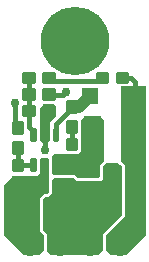
<source format=gbr>
G04 EAGLE Gerber RS-274X export*
G75*
%MOMM*%
%FSLAX34Y34*%
%LPD*%
%INTop Copper*%
%IPPOS*%
%AMOC8*
5,1,8,0,0,1.08239X$1,22.5*%
G01*
%ADD10C,0.300000*%
%ADD11R,1.400000X1.400000*%
%ADD12R,1.650000X2.300000*%
%ADD13C,0.363000*%
%ADD14R,1.200000X1.300000*%
%ADD15R,1.600000X1.800000*%
%ADD16C,5.800000*%
%ADD17C,1.108000*%
%ADD18C,2.000000*%
%ADD19C,0.381000*%
%ADD20C,1.016000*%
%ADD21C,0.756400*%
%ADD22C,0.508000*%

G36*
X19727Y2548D02*
X19727Y2548D01*
X19769Y2546D01*
X19836Y2568D01*
X19906Y2580D01*
X19942Y2602D01*
X19983Y2615D01*
X20056Y2669D01*
X20099Y2695D01*
X20112Y2711D01*
X20133Y2727D01*
X23308Y5902D01*
X23333Y5936D01*
X23364Y5965D01*
X23387Y6010D01*
X23412Y6040D01*
X23418Y6059D01*
X23437Y6086D01*
X23447Y6127D01*
X23467Y6165D01*
X23477Y6232D01*
X23484Y6253D01*
X23483Y6266D01*
X23493Y6303D01*
X23490Y6324D01*
X23494Y6350D01*
X23494Y20365D01*
X39818Y36690D01*
X39843Y36724D01*
X39874Y36753D01*
X39906Y36816D01*
X39947Y36874D01*
X39957Y36915D01*
X39977Y36953D01*
X39990Y37042D01*
X40003Y37091D01*
X40000Y37112D01*
X40004Y37138D01*
X40004Y77162D01*
X39997Y77204D01*
X39999Y77246D01*
X39977Y77313D01*
X39965Y77383D01*
X39943Y77419D01*
X39930Y77460D01*
X39876Y77532D01*
X39850Y77576D01*
X39834Y77589D01*
X39818Y77610D01*
X38240Y79188D01*
X36970Y80458D01*
X36935Y80483D01*
X36907Y80514D01*
X36844Y80546D01*
X36786Y80587D01*
X36745Y80597D01*
X36707Y80617D01*
X36618Y80630D01*
X36569Y80643D01*
X36548Y80640D01*
X36522Y80644D01*
X26670Y80644D01*
X26628Y80637D01*
X26586Y80639D01*
X26519Y80617D01*
X26449Y80605D01*
X26413Y80583D01*
X26372Y80570D01*
X26299Y80516D01*
X26256Y80490D01*
X26243Y80474D01*
X26222Y80458D01*
X23697Y77933D01*
X23672Y77899D01*
X23641Y77870D01*
X23609Y77807D01*
X23568Y77749D01*
X23558Y77708D01*
X23538Y77670D01*
X23525Y77581D01*
X23512Y77532D01*
X23515Y77511D01*
X23511Y77485D01*
X23511Y66828D01*
X22022Y65339D01*
X5865Y65339D01*
X5854Y65347D01*
X5813Y65357D01*
X5775Y65377D01*
X5686Y65390D01*
X5637Y65403D01*
X5616Y65400D01*
X5590Y65404D01*
X1533Y65404D01*
X-822Y67758D01*
X-856Y67783D01*
X-885Y67814D01*
X-948Y67846D01*
X-1006Y67887D01*
X-1047Y67897D01*
X-1085Y67917D01*
X-1174Y67930D01*
X-1223Y67943D01*
X-1244Y67940D01*
X-1270Y67944D01*
X-16510Y67944D01*
X-16552Y67937D01*
X-16594Y67939D01*
X-16661Y67917D01*
X-16731Y67905D01*
X-16767Y67883D01*
X-16808Y67870D01*
X-16881Y67816D01*
X-16924Y67790D01*
X-16937Y67774D01*
X-16959Y67758D01*
X-18991Y65726D01*
X-19015Y65692D01*
X-19046Y65663D01*
X-19078Y65600D01*
X-19119Y65542D01*
X-19129Y65501D01*
X-19149Y65463D01*
X-19162Y65374D01*
X-19175Y65325D01*
X-19172Y65304D01*
X-19176Y65278D01*
X-19176Y55073D01*
X-22815Y51434D01*
X-25092Y51434D01*
X-25134Y51427D01*
X-25176Y51429D01*
X-25243Y51407D01*
X-25313Y51395D01*
X-25349Y51373D01*
X-25390Y51360D01*
X-25462Y51306D01*
X-25506Y51280D01*
X-25519Y51264D01*
X-25540Y51248D01*
X-27118Y49670D01*
X-27143Y49636D01*
X-27174Y49607D01*
X-27206Y49544D01*
X-27247Y49486D01*
X-27257Y49445D01*
X-27277Y49407D01*
X-27290Y49318D01*
X-27303Y49269D01*
X-27300Y49248D01*
X-27304Y49222D01*
X-27304Y24438D01*
X-27297Y24396D01*
X-27299Y24354D01*
X-27277Y24287D01*
X-27265Y24217D01*
X-27243Y24181D01*
X-27230Y24140D01*
X-27176Y24068D01*
X-27150Y24024D01*
X-27134Y24011D01*
X-27118Y23990D01*
X-23494Y20365D01*
X-23494Y6350D01*
X-23487Y6308D01*
X-23489Y6266D01*
X-23477Y6231D01*
X-23477Y6216D01*
X-23465Y6186D01*
X-23455Y6129D01*
X-23433Y6093D01*
X-23420Y6052D01*
X-23399Y6024D01*
X-23393Y6008D01*
X-23365Y5978D01*
X-23340Y5936D01*
X-23324Y5923D01*
X-23308Y5902D01*
X-20133Y2727D01*
X-20099Y2702D01*
X-20070Y2671D01*
X-20007Y2639D01*
X-19949Y2598D01*
X-19908Y2588D01*
X-19870Y2568D01*
X-19781Y2555D01*
X-19732Y2542D01*
X-19711Y2545D01*
X-19685Y2541D01*
X19685Y2541D01*
X19727Y2548D01*
G37*
G36*
X43177Y2548D02*
X43177Y2548D01*
X43219Y2546D01*
X43286Y2568D01*
X43356Y2580D01*
X43392Y2602D01*
X43433Y2615D01*
X43505Y2669D01*
X43549Y2695D01*
X43562Y2711D01*
X43583Y2727D01*
X60138Y19282D01*
X60163Y19316D01*
X60194Y19345D01*
X60226Y19408D01*
X60267Y19466D01*
X60277Y19507D01*
X60297Y19545D01*
X60310Y19634D01*
X60323Y19683D01*
X60320Y19704D01*
X60324Y19730D01*
X60324Y144780D01*
X60313Y144845D01*
X60311Y144911D01*
X60293Y144954D01*
X60285Y145001D01*
X60251Y145058D01*
X60226Y145118D01*
X60195Y145153D01*
X60170Y145194D01*
X60119Y145236D01*
X60075Y145284D01*
X60033Y145306D01*
X59996Y145335D01*
X59934Y145356D01*
X59875Y145387D01*
X59821Y145395D01*
X59784Y145407D01*
X59744Y145406D01*
X59690Y145414D01*
X39370Y145414D01*
X39305Y145403D01*
X39239Y145401D01*
X39196Y145383D01*
X39149Y145375D01*
X39092Y145341D01*
X39032Y145316D01*
X38997Y145285D01*
X38956Y145260D01*
X38915Y145209D01*
X38866Y145165D01*
X38844Y145123D01*
X38815Y145086D01*
X38794Y145024D01*
X38763Y144965D01*
X38755Y144911D01*
X38743Y144874D01*
X38744Y144834D01*
X38736Y144780D01*
X38736Y82550D01*
X38743Y82508D01*
X38741Y82466D01*
X38763Y82399D01*
X38775Y82329D01*
X38797Y82293D01*
X38810Y82252D01*
X38864Y82179D01*
X38890Y82136D01*
X38906Y82123D01*
X38922Y82102D01*
X42546Y78477D01*
X42546Y35823D01*
X26222Y19498D01*
X26197Y19464D01*
X26166Y19435D01*
X26134Y19372D01*
X26093Y19314D01*
X26083Y19273D01*
X26063Y19235D01*
X26050Y19147D01*
X26043Y19125D01*
X26043Y19118D01*
X26038Y19097D01*
X26040Y19076D01*
X26036Y19050D01*
X26036Y7620D01*
X26043Y7578D01*
X26041Y7536D01*
X26054Y7496D01*
X26055Y7484D01*
X26065Y7460D01*
X26075Y7399D01*
X26097Y7363D01*
X26110Y7322D01*
X26133Y7291D01*
X26139Y7276D01*
X26165Y7248D01*
X26190Y7206D01*
X26206Y7193D01*
X26222Y7172D01*
X30667Y2727D01*
X30701Y2702D01*
X30730Y2671D01*
X30793Y2639D01*
X30851Y2598D01*
X30892Y2588D01*
X30930Y2568D01*
X31019Y2555D01*
X31068Y2542D01*
X31089Y2545D01*
X31115Y2541D01*
X43135Y2541D01*
X43177Y2548D01*
G37*
G36*
X-31073Y2548D02*
X-31073Y2548D01*
X-31031Y2546D01*
X-30964Y2568D01*
X-30894Y2580D01*
X-30858Y2602D01*
X-30817Y2615D01*
X-30744Y2669D01*
X-30701Y2695D01*
X-30688Y2711D01*
X-30667Y2727D01*
X-26222Y7172D01*
X-26197Y7206D01*
X-26166Y7235D01*
X-26143Y7280D01*
X-26120Y7308D01*
X-26114Y7327D01*
X-26093Y7356D01*
X-26083Y7397D01*
X-26063Y7435D01*
X-26053Y7507D01*
X-26048Y7521D01*
X-26048Y7531D01*
X-26038Y7573D01*
X-26040Y7594D01*
X-26036Y7620D01*
X-26036Y19050D01*
X-26043Y19092D01*
X-26041Y19134D01*
X-26049Y19159D01*
X-26049Y19162D01*
X-26054Y19172D01*
X-26063Y19201D01*
X-26075Y19271D01*
X-26097Y19307D01*
X-26110Y19348D01*
X-26164Y19421D01*
X-26190Y19464D01*
X-26206Y19477D01*
X-26222Y19498D01*
X-29846Y23123D01*
X-29846Y50537D01*
X-26407Y53976D01*
X-24130Y53976D01*
X-24088Y53983D01*
X-24046Y53981D01*
X-23979Y54003D01*
X-23909Y54015D01*
X-23873Y54037D01*
X-23832Y54050D01*
X-23759Y54104D01*
X-23716Y54130D01*
X-23703Y54146D01*
X-23682Y54162D01*
X-21904Y55940D01*
X-21879Y55974D01*
X-21848Y56003D01*
X-21816Y56066D01*
X-21775Y56124D01*
X-21765Y56165D01*
X-21745Y56203D01*
X-21732Y56292D01*
X-21720Y56341D01*
X-21722Y56362D01*
X-21718Y56388D01*
X-21718Y83820D01*
X-21725Y83862D01*
X-21723Y83904D01*
X-21745Y83971D01*
X-21757Y84041D01*
X-21779Y84077D01*
X-21792Y84118D01*
X-21846Y84191D01*
X-21872Y84234D01*
X-21888Y84247D01*
X-21904Y84268D01*
X-22412Y84776D01*
X-22446Y84801D01*
X-22475Y84832D01*
X-22538Y84864D01*
X-22596Y84905D01*
X-22637Y84915D01*
X-22675Y84935D01*
X-22764Y84948D01*
X-22813Y84961D01*
X-22834Y84958D01*
X-22860Y84962D01*
X-27940Y84962D01*
X-27982Y84955D01*
X-28024Y84957D01*
X-28091Y84935D01*
X-28161Y84923D01*
X-28197Y84901D01*
X-28238Y84888D01*
X-28311Y84834D01*
X-28354Y84808D01*
X-28367Y84792D01*
X-28389Y84776D01*
X-29424Y83741D01*
X-29448Y83707D01*
X-29479Y83678D01*
X-29511Y83615D01*
X-29552Y83557D01*
X-29562Y83516D01*
X-29582Y83478D01*
X-29595Y83389D01*
X-29608Y83340D01*
X-29605Y83319D01*
X-29609Y83293D01*
X-29609Y72450D01*
X-32166Y69893D01*
X-32233Y69871D01*
X-32303Y69859D01*
X-32339Y69837D01*
X-32380Y69824D01*
X-32453Y69770D01*
X-32496Y69744D01*
X-32509Y69728D01*
X-32530Y69713D01*
X-33029Y69214D01*
X-52832Y69214D01*
X-52874Y69207D01*
X-52916Y69209D01*
X-52983Y69187D01*
X-53053Y69175D01*
X-53089Y69153D01*
X-53130Y69140D01*
X-53203Y69086D01*
X-53246Y69060D01*
X-53259Y69044D01*
X-53280Y69028D01*
X-60138Y62170D01*
X-60163Y62136D01*
X-60194Y62107D01*
X-60226Y62044D01*
X-60267Y61986D01*
X-60277Y61945D01*
X-60297Y61907D01*
X-60310Y61818D01*
X-60323Y61769D01*
X-60320Y61748D01*
X-60324Y61722D01*
X-60324Y19730D01*
X-60317Y19688D01*
X-60319Y19646D01*
X-60297Y19579D01*
X-60285Y19509D01*
X-60263Y19473D01*
X-60250Y19432D01*
X-60196Y19360D01*
X-60170Y19316D01*
X-60154Y19303D01*
X-60138Y19282D01*
X-43583Y2727D01*
X-43549Y2702D01*
X-43520Y2671D01*
X-43457Y2639D01*
X-43399Y2598D01*
X-43358Y2588D01*
X-43320Y2568D01*
X-43231Y2555D01*
X-43182Y2542D01*
X-43161Y2545D01*
X-43135Y2541D01*
X-31115Y2541D01*
X-31073Y2548D01*
G37*
G36*
X20054Y67953D02*
X20054Y67953D01*
X20096Y67951D01*
X20163Y67973D01*
X20233Y67985D01*
X20269Y68007D01*
X20310Y68020D01*
X20382Y68074D01*
X20426Y68100D01*
X20439Y68116D01*
X20460Y68132D01*
X20768Y68440D01*
X20793Y68474D01*
X20824Y68503D01*
X20856Y68566D01*
X20897Y68624D01*
X20907Y68665D01*
X20927Y68703D01*
X20940Y68792D01*
X20953Y68841D01*
X20950Y68862D01*
X20954Y68888D01*
X20954Y78785D01*
X23000Y80831D01*
X24578Y82410D01*
X24603Y82445D01*
X24634Y82473D01*
X24666Y82536D01*
X24707Y82594D01*
X24717Y82635D01*
X24737Y82673D01*
X24750Y82762D01*
X24763Y82811D01*
X24760Y82832D01*
X24764Y82858D01*
X24764Y116840D01*
X24757Y116882D01*
X24759Y116924D01*
X24737Y116991D01*
X24725Y117061D01*
X24703Y117097D01*
X24690Y117138D01*
X24636Y117211D01*
X24610Y117254D01*
X24594Y117267D01*
X24578Y117288D01*
X22038Y119828D01*
X22004Y119853D01*
X21975Y119884D01*
X21912Y119916D01*
X21854Y119957D01*
X21813Y119967D01*
X21775Y119987D01*
X21686Y120000D01*
X21637Y120013D01*
X21616Y120010D01*
X21590Y120014D01*
X8382Y120014D01*
X8340Y120007D01*
X8298Y120009D01*
X8231Y119987D01*
X8161Y119975D01*
X8125Y119953D01*
X8084Y119940D01*
X8011Y119886D01*
X7968Y119860D01*
X7955Y119844D01*
X7934Y119828D01*
X5394Y117288D01*
X5369Y117254D01*
X5338Y117225D01*
X5306Y117162D01*
X5265Y117104D01*
X5255Y117063D01*
X5235Y117025D01*
X5222Y116936D01*
X5210Y116887D01*
X5212Y116866D01*
X5208Y116840D01*
X5208Y90687D01*
X5187Y90665D01*
X5162Y90631D01*
X5131Y90602D01*
X5115Y90570D01*
X2555Y88010D01*
X-16764Y88010D01*
X-16806Y88003D01*
X-16848Y88005D01*
X-16915Y87983D01*
X-16985Y87971D01*
X-17021Y87949D01*
X-17062Y87936D01*
X-17135Y87882D01*
X-17178Y87856D01*
X-17191Y87840D01*
X-17212Y87824D01*
X-18990Y86046D01*
X-19015Y86012D01*
X-19046Y85983D01*
X-19078Y85920D01*
X-19119Y85862D01*
X-19129Y85821D01*
X-19149Y85783D01*
X-19162Y85694D01*
X-19175Y85645D01*
X-19172Y85624D01*
X-19176Y85598D01*
X-19176Y72898D01*
X-19169Y72856D01*
X-19171Y72814D01*
X-19149Y72747D01*
X-19137Y72677D01*
X-19115Y72641D01*
X-19102Y72600D01*
X-19048Y72527D01*
X-19022Y72484D01*
X-19006Y72471D01*
X-18990Y72450D01*
X-17212Y70672D01*
X-17178Y70647D01*
X-17149Y70616D01*
X-17086Y70584D01*
X-17028Y70543D01*
X-16987Y70533D01*
X-16949Y70513D01*
X-16860Y70500D01*
X-16811Y70487D01*
X-16790Y70490D01*
X-16764Y70486D01*
X45Y70486D01*
X2400Y68132D01*
X2434Y68107D01*
X2463Y68076D01*
X2526Y68044D01*
X2584Y68003D01*
X2625Y67993D01*
X2663Y67973D01*
X2752Y67960D01*
X2801Y67947D01*
X2822Y67950D01*
X2848Y67946D01*
X20012Y67946D01*
X20054Y67953D01*
G37*
G36*
X-24122Y97284D02*
X-24122Y97284D01*
X-24115Y97283D01*
X-24025Y97304D01*
X-23934Y97322D01*
X-23927Y97327D01*
X-23919Y97329D01*
X-23771Y97431D01*
X-21339Y99863D01*
X-21335Y99870D01*
X-21329Y99874D01*
X-21280Y99953D01*
X-21228Y100030D01*
X-21227Y100038D01*
X-21223Y100045D01*
X-21191Y100222D01*
X-21191Y110449D01*
X-21172Y110479D01*
X-21120Y110557D01*
X-21119Y110564D01*
X-21115Y110571D01*
X-21083Y110748D01*
X-21083Y115614D01*
X-16151Y120545D01*
X-16147Y120552D01*
X-16141Y120556D01*
X-16092Y120635D01*
X-16040Y120712D01*
X-16039Y120720D01*
X-16035Y120727D01*
X-16003Y120904D01*
X-16003Y128270D01*
X-16004Y128278D01*
X-16003Y128285D01*
X-16024Y128375D01*
X-16042Y128467D01*
X-16047Y128473D01*
X-16049Y128481D01*
X-16151Y128629D01*
X-17421Y129899D01*
X-17428Y129903D01*
X-17432Y129909D01*
X-17511Y129958D01*
X-17588Y130010D01*
X-17596Y130011D01*
X-17603Y130015D01*
X-17780Y130047D01*
X-26670Y130047D01*
X-26678Y130046D01*
X-26685Y130047D01*
X-26775Y130026D01*
X-26867Y130008D01*
X-26873Y130003D01*
X-26881Y130001D01*
X-27029Y129899D01*
X-29569Y127359D01*
X-29573Y127352D01*
X-29579Y127348D01*
X-29628Y127269D01*
X-29680Y127192D01*
X-29681Y127184D01*
X-29685Y127177D01*
X-29717Y127000D01*
X-29717Y110748D01*
X-29716Y110741D01*
X-29717Y110733D01*
X-29696Y110643D01*
X-29678Y110552D01*
X-29673Y110545D01*
X-29671Y110538D01*
X-29609Y110448D01*
X-29609Y100222D01*
X-29608Y100214D01*
X-29609Y100207D01*
X-29588Y100117D01*
X-29570Y100026D01*
X-29565Y100019D01*
X-29563Y100011D01*
X-29461Y99863D01*
X-27029Y97431D01*
X-27022Y97427D01*
X-27018Y97421D01*
X-26939Y97372D01*
X-26862Y97320D01*
X-26854Y97319D01*
X-26847Y97315D01*
X-26670Y97283D01*
X-24130Y97283D01*
X-24122Y97284D01*
G37*
D10*
X-23550Y57460D02*
X-31550Y57460D01*
X-31550Y64460D01*
X-23550Y64460D01*
X-23550Y57460D01*
X-23550Y60310D02*
X-31550Y60310D01*
X-31550Y63160D02*
X-23550Y63160D01*
X-14550Y57460D02*
X-6550Y57460D01*
X-14550Y57460D02*
X-14550Y64460D01*
X-6550Y64460D01*
X-6550Y57460D01*
X-6550Y60310D02*
X-14550Y60310D01*
X-14550Y63160D02*
X-6550Y63160D01*
X-6040Y92130D02*
X-6040Y100130D01*
X960Y100130D01*
X960Y92130D01*
X-6040Y92130D01*
X-6040Y94980D02*
X960Y94980D01*
X960Y97830D02*
X-6040Y97830D01*
X-6040Y83130D02*
X-6040Y75130D01*
X-6040Y83130D02*
X960Y83130D01*
X960Y75130D01*
X-6040Y75130D01*
X-6040Y77980D02*
X960Y77980D01*
X960Y80830D02*
X-6040Y80830D01*
X19250Y148900D02*
X27250Y148900D01*
X19250Y148900D02*
X19250Y155900D01*
X27250Y155900D01*
X27250Y148900D01*
X27250Y151750D02*
X19250Y151750D01*
X19250Y154600D02*
X27250Y154600D01*
X36250Y148900D02*
X44250Y148900D01*
X36250Y148900D02*
X36250Y155900D01*
X44250Y155900D01*
X44250Y148900D01*
X44250Y151750D02*
X36250Y151750D01*
X36250Y154600D02*
X44250Y154600D01*
D11*
X12750Y137160D03*
X50750Y137160D03*
D12*
X15250Y105410D03*
X48250Y105410D03*
D10*
X-51760Y82350D02*
X-51760Y74350D01*
X-51760Y82350D02*
X-44760Y82350D01*
X-44760Y74350D01*
X-51760Y74350D01*
X-51760Y77200D02*
X-44760Y77200D01*
X-44760Y80050D02*
X-51760Y80050D01*
X-51760Y65350D02*
X-51760Y57350D01*
X-51760Y65350D02*
X-44760Y65350D01*
X-44760Y57350D01*
X-51760Y57350D01*
X-51760Y60200D02*
X-44760Y60200D01*
X-44760Y63050D02*
X-51760Y63050D01*
X960Y106880D02*
X960Y114880D01*
X960Y106880D02*
X-6040Y106880D01*
X-6040Y114880D01*
X960Y114880D01*
X960Y109730D02*
X-6040Y109730D01*
X-6040Y112580D02*
X960Y112580D01*
X960Y123880D02*
X960Y131880D01*
X960Y123880D02*
X-6040Y123880D01*
X-6040Y131880D01*
X960Y131880D01*
X960Y126730D02*
X-6040Y126730D01*
X-6040Y129580D02*
X960Y129580D01*
X-17980Y127960D02*
X-25980Y127960D01*
X-17980Y127960D02*
X-17980Y120960D01*
X-25980Y120960D01*
X-25980Y127960D01*
X-25980Y123810D02*
X-17980Y123810D01*
X-17980Y126660D02*
X-25980Y126660D01*
X-34980Y127960D02*
X-42980Y127960D01*
X-34980Y127960D02*
X-34980Y120960D01*
X-42980Y120960D01*
X-42980Y127960D01*
X-42980Y123810D02*
X-34980Y123810D01*
X-34980Y126660D02*
X-42980Y126660D01*
X-25980Y155900D02*
X-17980Y155900D01*
X-17980Y148900D01*
X-25980Y148900D01*
X-25980Y155900D01*
X-25980Y151750D02*
X-17980Y151750D01*
X-17980Y154600D02*
X-25980Y154600D01*
X-34980Y155900D02*
X-42980Y155900D01*
X-34980Y155900D02*
X-34980Y148900D01*
X-42980Y148900D01*
X-42980Y155900D01*
X-42980Y151750D02*
X-34980Y151750D01*
X-34980Y154600D02*
X-42980Y154600D01*
X-25980Y141930D02*
X-17980Y141930D01*
X-17980Y134930D01*
X-25980Y134930D01*
X-25980Y141930D01*
X-25980Y137780D02*
X-17980Y137780D01*
X-17980Y140630D02*
X-25980Y140630D01*
X-34980Y141930D02*
X-42980Y141930D01*
X-34980Y141930D02*
X-34980Y134930D01*
X-42980Y134930D01*
X-42980Y141930D01*
X-42980Y137780D02*
X-34980Y137780D01*
X-34980Y140630D02*
X-42980Y140630D01*
X-51760Y114100D02*
X-51760Y106100D01*
X-51760Y114100D02*
X-44760Y114100D01*
X-44760Y106100D01*
X-51760Y106100D01*
X-51760Y108950D02*
X-44760Y108950D01*
X-44760Y111800D02*
X-51760Y111800D01*
X-51760Y97100D02*
X-51760Y89100D01*
X-51760Y97100D02*
X-44760Y97100D01*
X-44760Y89100D01*
X-51760Y89100D01*
X-51760Y91950D02*
X-44760Y91950D01*
X-44760Y94800D02*
X-51760Y94800D01*
D13*
X-35835Y74254D02*
X-33965Y74254D01*
X-35835Y74254D02*
X-35835Y82624D01*
X-33965Y82624D01*
X-33965Y74254D01*
X-33965Y77702D02*
X-35835Y77702D01*
X-35835Y81150D02*
X-33965Y81150D01*
X-26335Y74254D02*
X-24465Y74254D01*
X-26335Y74254D02*
X-26335Y82624D01*
X-24465Y82624D01*
X-24465Y74254D01*
X-24465Y77702D02*
X-26335Y77702D01*
X-26335Y81150D02*
X-24465Y81150D01*
X-16835Y74254D02*
X-14965Y74254D01*
X-16835Y74254D02*
X-16835Y82624D01*
X-14965Y82624D01*
X-14965Y74254D01*
X-14965Y77702D02*
X-16835Y77702D01*
X-16835Y81150D02*
X-14965Y81150D01*
X-14965Y100256D02*
X-16835Y100256D01*
X-16835Y108626D01*
X-14965Y108626D01*
X-14965Y100256D01*
X-14965Y103704D02*
X-16835Y103704D01*
X-16835Y107152D02*
X-14965Y107152D01*
X-33965Y100256D02*
X-35835Y100256D01*
X-35835Y108626D01*
X-33965Y108626D01*
X-33965Y100256D01*
X-33965Y103704D02*
X-35835Y103704D01*
X-35835Y107152D02*
X-33965Y107152D01*
X-26335Y108626D02*
X-24465Y108626D01*
X-24465Y100256D01*
X-26335Y100256D01*
X-26335Y108626D01*
X-26335Y103704D02*
X-24465Y103704D01*
X-24465Y107152D02*
X-26335Y107152D01*
D10*
X46410Y58110D02*
X54410Y58110D01*
X54410Y51110D01*
X46410Y51110D01*
X46410Y58110D01*
X46410Y53960D02*
X54410Y53960D01*
X54410Y56810D02*
X46410Y56810D01*
X37410Y58110D02*
X29410Y58110D01*
X37410Y58110D02*
X37410Y51110D01*
X29410Y51110D01*
X29410Y58110D01*
X29410Y53960D02*
X37410Y53960D01*
X37410Y56810D02*
X29410Y56810D01*
D11*
X13970Y74880D03*
X13970Y36880D03*
D14*
X50800Y71120D03*
X30480Y71120D03*
D15*
X-43210Y39370D03*
X-15210Y39370D03*
D16*
X0Y184150D03*
D17*
X0Y206150D03*
X0Y162150D03*
X-22000Y184150D03*
X22000Y184150D03*
X15500Y199650D03*
X15500Y168650D03*
X-15500Y199650D03*
X-15500Y168650D03*
D18*
X38100Y15970D02*
X38100Y11970D01*
X12700Y11970D02*
X12700Y15970D01*
X-12700Y15970D02*
X-12700Y11970D01*
X-38100Y11970D02*
X-38100Y15970D01*
D19*
X-15900Y104441D02*
X-15900Y113885D01*
X-2540Y127245D02*
X-2540Y127880D01*
X-2540Y127245D02*
X-15900Y113885D01*
D20*
X-2422Y127762D02*
X3352Y127762D01*
X-2422Y127762D02*
X-2540Y127880D01*
X3352Y127762D02*
X12750Y137160D01*
D19*
X-2540Y110880D02*
X-2540Y96130D01*
X-50800Y112640D02*
X-50800Y131318D01*
X-50800Y112640D02*
X-48260Y110100D01*
D21*
X-50800Y131318D03*
D19*
X-26670Y119770D02*
X-21980Y124460D01*
X-26670Y119770D02*
X-26670Y116332D01*
X-25400Y115062D01*
X-25400Y104441D01*
X-25400Y91440D01*
D21*
X-25400Y91440D03*
X0Y49530D03*
X0Y43180D03*
X0Y36830D03*
X0Y30480D03*
X-25400Y115062D03*
X27940Y43180D03*
X27940Y36830D03*
X27940Y30480D03*
D19*
X-38710Y124190D02*
X-38980Y124460D01*
X-38710Y124190D02*
X-38710Y110791D01*
X-34900Y106981D01*
X-34900Y104441D01*
X-38980Y124460D02*
X-38980Y138430D01*
X-38980Y152400D01*
X20710Y149860D02*
X23250Y152400D01*
X20710Y149860D02*
X-19440Y149860D01*
X-21980Y152400D01*
X-21980Y138430D02*
X-10160Y138430D01*
X-7620Y140970D01*
D21*
X-7620Y140970D03*
D19*
X50750Y137160D02*
X50750Y149352D01*
X47702Y152400D01*
X40250Y152400D01*
D21*
X50292Y43180D03*
D19*
X50410Y43298D02*
X50410Y54610D01*
X50410Y43298D02*
X50292Y43180D01*
D22*
X-48171Y78439D02*
X-48260Y78350D01*
D19*
X-48171Y78439D02*
X-34900Y78439D01*
X-48260Y78350D02*
X-48260Y93100D01*
M02*

</source>
